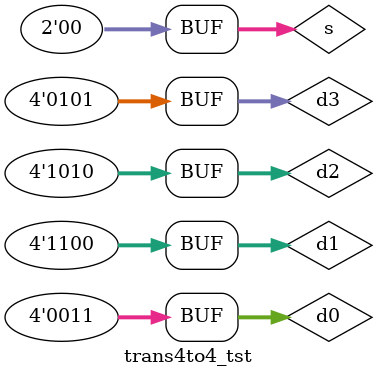
<source format=v>
`timescale 1ns / 1ps


module trans4to4_tst();
    wire [3:0] y0,y1,y2,y3;
    reg [3:0] d0,d1,d2,d3;
    reg [1:0] s;
    trans4to4 tran4to4_inst(
        .Y0(y0),.Y1(y1),.Y2(y2),.Y3(y3),.D0(d0),.D1(d1),.D2(d2),.D3(d3),.S(s)
    );
    initial
        begin
            d0=4'b0011;d1=4'b1100;d2=4'b1010;d3=4'b0101;
            s=2'b00;#50
            s=2'b01;#50
            s=2'b10;#50
            s=2'b11;#50
            s=2'b00;
        end
endmodule

</source>
